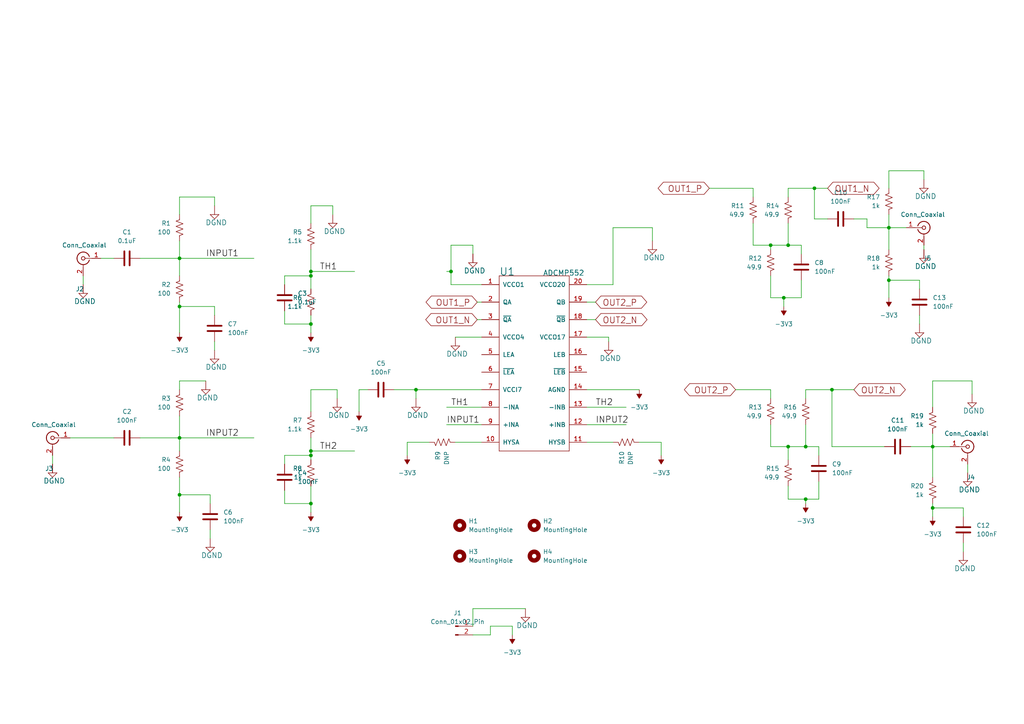
<source format=kicad_sch>
(kicad_sch (version 20230121) (generator eeschema)
  (paper "A4")
  (lib_symbols
    (symbol "Connector:Conn_01x02_Pin" (pin_names (offset 1.016) hide)
      (property "Reference" "J" (at 0 2.54 0))
      (property "Value" "Conn_01x02_Pin" (at 0 -5.08 0))
      (symbol "Conn_01x02_Pin_1_1"
        (polyline (pts (xy 1.27 -2.54) (xy 0.8636 -2.54)) (stroke (width 0.1524)))
        (polyline (pts (xy 1.27 0) (xy 0.8636 0)) (stroke (width 0.1524)))
        (rectangle (start 0.8636 -2.413) (end 0 -2.667) (stroke (width 0.1524)) (fill (type outline)))
        (rectangle (start 0.8636 0.127) (end 0 -0.127) (stroke (width 0.1524)) (fill (type outline)))
        (pin passive line (at 5.08 0 180) (length 3.81) (name "Pin_1") (number "1"))
        (pin passive line (at 5.08 -2.54 180) (length 3.81) (name "Pin_2") (number "2"))
      )
    )
    (symbol "Connector:Conn_Coaxial" (pin_names (offset 1.016) hide)
      (property "Reference" "J" (at 0.254 3.048 0))
      (property "Value" "Conn_Coaxial" (at 2.921 0 90))
      (symbol "Conn_Coaxial_0_1"
        (arc (start -1.778 -0.508) (mid 0.2311 -1.8066) (end 1.778 0) (stroke (width 0.254)))
        (polyline (pts (xy -2.54 0) (xy -0.508 0)))
        (polyline (pts (xy 0 -2.54) (xy 0 -1.778)))
        (circle (center 0 0) (radius 0.508) (stroke (width 0.2032)))
        (arc (start 1.778 0) (mid 0.2099 1.8101) (end -1.778 0.508) (stroke (width 0.254)))
      )
      (symbol "Conn_Coaxial_1_1"
        (pin passive line (at -5.08 0 0) (length 2.54) (name "In") (number "1"))
        (pin passive line (at 0 -5.08 90) (length 2.54) (name "Ext") (number "2"))
      )
    )
    (symbol "Device:C" (pin_numbers hide) (pin_names (offset 0.254))
      (property "Reference" "C" (at 0.635 2.54 0))
      (property "Value" "C" (at 0.635 -2.54 0))
      (symbol "C_0_1"
        (polyline (pts (xy -2.032 -0.762) (xy 2.032 -0.762)) (stroke (width 0.508)))
        (polyline (pts (xy -2.032 0.762) (xy 2.032 0.762)) (stroke (width 0.508)))
      )
      (symbol "C_1_1"
        (pin passive line (at 0 3.81 270) (length 2.794) (name "~") (number "1"))
        (pin passive line (at 0 -3.81 90) (length 2.794) (name "~") (number "2"))
      )
    )
    (symbol "Device:R_US" (pin_numbers hide) (pin_names (offset 0))
      (property "Reference" "R" (at 2.54 0 90))
      (property "Value" "R_US" (at -2.54 0 90))
      (symbol "R_US_0_1"
        (polyline (pts (xy 0 -2.286) (xy 0 -2.54)))
        (polyline (pts (xy 0 2.286) (xy 0 2.54)))
        (polyline (pts (xy 0 -0.762) (xy 1.016 -1.143) (xy 0 -1.524) (xy -1.016 -1.905) (xy 0 -2.286)))
        (polyline (pts (xy 0 0.762) (xy 1.016 0.381) (xy 0 0) (xy -1.016 -0.381) (xy 0 -0.762)))
        (polyline (pts (xy 0 2.286) (xy 1.016 1.905) (xy 0 1.524) (xy -1.016 1.143) (xy 0 0.762)))
      )
      (symbol "R_US_1_1"
        (pin passive line (at 0 3.81 270) (length 1.27) (name "~") (number "1"))
        (pin passive line (at 0 -3.81 90) (length 1.27) (name "~") (number "2"))
      )
    )
    (symbol "Mechanical:MountingHole" (pin_names (offset 1.016))
      (property "Reference" "H" (at 0 5.08 0))
      (property "Value" "MountingHole" (at 0 3.175 0))
      (symbol "MountingHole_0_1"
        (circle (center 0 0) (radius 1.27) (stroke (width 1.27)))
      )
    )
    (symbol "carrier-eagle-import:ADCMP552" (pin_names (offset 1.016))
      (property "Reference" "U" (at -10.16 25.4 0))
      (property "Value" "ADCMP552" (at 2.54 25.4 0))
      (symbol "ADCMP552_1_0"
        (polyline (pts (xy -10.16 -25.4) (xy -10.16 25.4)))
        (polyline (pts (xy -10.16 25.4) (xy 10.16 25.4)))
        (polyline (pts (xy 10.16 -25.4) (xy -10.16 -25.4)))
        (polyline (pts (xy 10.16 25.4) (xy 10.16 -25.4)))
        (pin bidirectional line (at -15.24 22.86 0) (length 5.08) (name "VCCO1") (number "1"))
        (pin bidirectional line (at -15.24 -22.86 0) (length 5.08) (name "HYSA") (number "10"))
        (pin bidirectional line (at 15.24 -22.86 180) (length 5.08) (name "HYSB") (number "11"))
        (pin bidirectional line (at 15.24 -17.78 180) (length 5.08) (name "+INB") (number "12"))
        (pin bidirectional line (at 15.24 -12.7 180) (length 5.08) (name "-INB") (number "13"))
        (pin bidirectional line (at 15.24 -7.62 180) (length 5.08) (name "AGND") (number "14"))
        (pin bidirectional line (at 15.24 -2.54 180) (length 5.08) (name "~{LEB}") (number "15"))
        (pin bidirectional line (at 15.24 2.54 180) (length 5.08) (name "LEB") (number "16"))
        (pin bidirectional line (at 15.24 7.62 180) (length 5.08) (name "VCCO17") (number "17"))
        (pin bidirectional line (at 15.24 12.7 180) (length 5.08) (name "~{QB}") (number "18"))
        (pin bidirectional line (at 15.24 17.78 180) (length 5.08) (name "QB") (number "19"))
        (pin bidirectional line (at -15.24 17.78 0) (length 5.08) (name "QA") (number "2"))
        (pin bidirectional line (at 15.24 22.86 180) (length 5.08) (name "VCCO20") (number "20"))
        (pin bidirectional line (at -15.24 12.7 0) (length 5.08) (name "~{QA}") (number "3"))
        (pin bidirectional line (at -15.24 7.62 0) (length 5.08) (name "VCCO4") (number "4"))
        (pin bidirectional line (at -15.24 2.54 0) (length 5.08) (name "LEA") (number "5"))
        (pin bidirectional line (at -15.24 -2.54 0) (length 5.08) (name "~{LEA}") (number "6"))
        (pin bidirectional line (at -15.24 -7.62 0) (length 5.08) (name "VCCI7") (number "7"))
        (pin bidirectional line (at -15.24 -12.7 0) (length 5.08) (name "-INA") (number "8"))
        (pin bidirectional line (at -15.24 -17.78 0) (length 5.08) (name "+INA") (number "9"))
      )
    )
    (symbol "carrier-eagle-import:DGND" (power) (pin_names (offset 1.016))
      (property "Value" "DGND" (at -2.667 -3.175 0))
      (symbol "DGND_1_0"
        (polyline (pts (xy -1.27 0) (xy 1.27 0)))
        (polyline (pts (xy 0 -1.27) (xy -1.27 0)))
        (polyline (pts (xy 1.27 0) (xy 0 -1.27)))
        (pin power_in line (at 0 2.54 270) (length 2.54) (name "DGND") (number "1"))
      )
    )
    (symbol "power:-3V3" (power) (pin_names (offset 0))
      (property "Value" "-3V3" (at 0 3.81 0))
      (symbol "-3V3_0_0"
        (pin power_in line (at 0 0 90) (length 0) hide (name "-3V3") (number "1"))
      )
      (symbol "-3V3_0_1"
        (polyline (pts (xy 0 0) (xy 0 1.27) (xy 0.762 1.27) (xy 0 2.54) (xy -0.762 1.27) (xy 0 1.27)) (fill (type outline)))
      )
    )
  )
  (junction (at 228.6 71.12))
  (junction (at 90.17 132.08))
  (junction (at 270.51 147.32))
  (junction (at 241.3 113.03))
  (junction (at 257.81 81.28))
  (junction (at 130.81 78.74))
  (junction (at 52.07 143.51))
  (junction (at 52.07 88.9))
  (junction (at 233.68 144.78))
  (junction (at 228.6 129.54))
  (junction (at 120.65 113.03))
  (junction (at 90.17 80.01))
  (junction (at 236.22 54.61))
  (junction (at 52.07 74.93))
  (junction (at 90.17 78.74))
  (junction (at 227.33 86.36))
  (junction (at 90.17 93.98))
  (junction (at 257.81 66.04))
  (junction (at 52.07 127))
  (junction (at 270.51 129.54))
  (junction (at 90.17 130.81))
  (junction (at 233.68 129.54))
  (junction (at 90.17 146.05))
  (junction (at 223.52 71.12))
  (wire (pts (xy 52.07 127) (xy 73.66 127)))
  (wire (pts (xy 82.55 80.01) (xy 90.17 80.01)))
  (wire (pts (xy 90.17 59.69) (xy 90.17 64.77)))
  (wire (pts (xy 139.7 128.27) (xy 132.08 128.27)))
  (wire (pts (xy 257.81 80.01) (xy 257.81 81.28)))
  (wire (pts (xy 267.97 71.12) (xy 267.97 72.39)))
  (wire (pts (xy 139.7 123.19) (xy 129.54 123.19)))
  (wire (pts (xy 223.52 129.54) (xy 228.6 129.54)))
  (wire (pts (xy 223.52 71.12) (xy 223.52 72.39)))
  (wire (pts (xy 270.51 129.54) (xy 270.51 138.43)))
  (wire (pts (xy 52.07 74.93) (xy 73.66 74.93)))
  (wire (pts (xy 266.7 93.98) (xy 266.7 91.44)))
  (wire (pts (xy 247.65 63.5) (xy 251.46 63.5)))
  (wire (pts (xy 90.17 93.98) (xy 90.17 96.52)))
  (wire (pts (xy 82.55 134.62) (xy 82.55 132.08)))
  (wire (pts (xy 223.52 80.01) (xy 223.52 86.36)))
  (wire (pts (xy 227.33 86.36) (xy 232.41 86.36)))
  (wire (pts (xy 52.07 143.51) (xy 60.96 143.51)))
  (wire (pts (xy 228.6 54.61) (xy 236.22 54.61)))
  (wire (pts (xy 228.6 144.78) (xy 228.6 140.97)))
  (wire (pts (xy 170.18 128.27) (xy 177.8 128.27)))
  (wire (pts (xy 60.96 146.05) (xy 60.96 143.51)))
  (wire (pts (xy 148.59 181.61) (xy 142.24 181.61)))
  (wire (pts (xy 52.07 127) (xy 52.07 130.81)))
  (wire (pts (xy 40.64 74.93) (xy 52.07 74.93)))
  (wire (pts (xy 90.17 59.69) (xy 96.52 59.69)))
  (wire (pts (xy 233.68 144.78) (xy 237.49 144.78)))
  (wire (pts (xy 270.51 146.05) (xy 270.51 147.32)))
  (wire (pts (xy 227.33 86.36) (xy 227.33 88.9)))
  (wire (pts (xy 130.81 82.55) (xy 139.7 82.55)))
  (wire (pts (xy 267.97 49.53) (xy 267.97 52.07)))
  (wire (pts (xy 82.55 93.98) (xy 90.17 93.98)))
  (wire (pts (xy 233.68 113.03) (xy 241.3 113.03)))
  (wire (pts (xy 90.17 130.81) (xy 90.17 132.08)))
  (wire (pts (xy 82.55 82.55) (xy 82.55 80.01)))
  (wire (pts (xy 52.07 120.65) (xy 52.07 127)))
  (wire (pts (xy 280.67 134.62) (xy 280.67 137.16)))
  (wire (pts (xy 52.07 138.43) (xy 52.07 143.51)))
  (wire (pts (xy 191.77 128.27) (xy 191.77 132.08)))
  (wire (pts (xy 189.23 66.04) (xy 189.23 69.85)))
  (wire (pts (xy 60.96 156.21) (xy 60.96 153.67)))
  (wire (pts (xy 90.17 130.81) (xy 102.87 130.81)))
  (wire (pts (xy 142.24 181.61) (xy 142.24 184.15)))
  (wire (pts (xy 90.17 78.74) (xy 90.17 80.01)))
  (wire (pts (xy 52.07 87.63) (xy 52.07 88.9)))
  (wire (pts (xy 228.6 64.77) (xy 228.6 71.12)))
  (wire (pts (xy 90.17 91.44) (xy 90.17 93.98)))
  (wire (pts (xy 82.55 90.17) (xy 82.55 93.98)))
  (wire (pts (xy 228.6 71.12) (xy 232.41 71.12)))
  (wire (pts (xy 52.07 74.93) (xy 52.07 80.01)))
  (wire (pts (xy 251.46 66.04) (xy 257.81 66.04)))
  (wire (pts (xy 120.65 113.03) (xy 139.7 113.03)))
  (wire (pts (xy 170.18 92.71) (xy 172.72 92.71)))
  (wire (pts (xy 90.17 80.01) (xy 90.17 83.82)))
  (wire (pts (xy 270.51 147.32) (xy 270.51 149.86)))
  (wire (pts (xy 62.23 57.15) (xy 62.23 59.69)))
  (wire (pts (xy 52.07 88.9) (xy 52.07 96.52)))
  (wire (pts (xy 264.16 129.54) (xy 270.51 129.54)))
  (wire (pts (xy 218.44 64.77) (xy 218.44 71.12)))
  (wire (pts (xy 137.16 176.53) (xy 152.4 176.53)))
  (wire (pts (xy 223.52 113.03) (xy 213.36 113.03)))
  (wire (pts (xy 132.08 97.79) (xy 139.7 97.79)))
  (wire (pts (xy 90.17 113.03) (xy 90.17 119.38)))
  (wire (pts (xy 233.68 144.78) (xy 233.68 146.05)))
  (wire (pts (xy 266.7 83.82) (xy 266.7 81.28)))
  (wire (pts (xy 233.68 115.57) (xy 233.68 113.03)))
  (wire (pts (xy 218.44 57.15) (xy 218.44 54.61)))
  (wire (pts (xy 236.22 54.61) (xy 240.03 54.61)))
  (wire (pts (xy 62.23 101.6) (xy 62.23 99.06)))
  (wire (pts (xy 270.51 110.49) (xy 270.51 118.11)))
  (wire (pts (xy 82.55 142.24) (xy 82.55 146.05)))
  (wire (pts (xy 257.81 54.61) (xy 257.81 49.53)))
  (wire (pts (xy 106.68 113.03) (xy 104.14 113.03)))
  (wire (pts (xy 281.94 110.49) (xy 281.94 114.3)))
  (wire (pts (xy 90.17 113.03) (xy 97.79 113.03)))
  (wire (pts (xy 170.18 97.79) (xy 176.53 97.79)))
  (wire (pts (xy 270.51 147.32) (xy 279.4 147.32)))
  (wire (pts (xy 137.16 71.12) (xy 137.16 73.66)))
  (wire (pts (xy 257.81 62.23) (xy 257.81 66.04)))
  (wire (pts (xy 82.55 146.05) (xy 90.17 146.05)))
  (wire (pts (xy 24.13 80.01) (xy 24.13 82.55)))
  (wire (pts (xy 118.11 128.27) (xy 124.46 128.27)))
  (wire (pts (xy 52.07 57.15) (xy 62.23 57.15)))
  (wire (pts (xy 139.7 118.11) (xy 129.54 118.11)))
  (wire (pts (xy 130.81 78.74) (xy 130.81 82.55)))
  (wire (pts (xy 177.8 66.04) (xy 177.8 82.55)))
  (wire (pts (xy 228.6 129.54) (xy 228.6 133.35)))
  (wire (pts (xy 218.44 71.12) (xy 223.52 71.12)))
  (wire (pts (xy 139.7 87.63) (xy 138.43 87.63)))
  (wire (pts (xy 232.41 81.28) (xy 232.41 86.36)))
  (wire (pts (xy 257.81 49.53) (xy 267.97 49.53)))
  (wire (pts (xy 148.59 184.15) (xy 148.59 181.61)))
  (wire (pts (xy 90.17 140.97) (xy 90.17 146.05)))
  (wire (pts (xy 52.07 57.15) (xy 52.07 62.23)))
  (wire (pts (xy 279.4 160.02) (xy 279.4 157.48)))
  (wire (pts (xy 170.18 113.03) (xy 185.42 113.03)))
  (wire (pts (xy 129.54 78.74) (xy 130.81 78.74)))
  (wire (pts (xy 137.16 176.53) (xy 137.16 181.61)))
  (wire (pts (xy 251.46 63.5) (xy 251.46 66.04)))
  (wire (pts (xy 29.21 74.93) (xy 33.02 74.93)))
  (wire (pts (xy 270.51 129.54) (xy 275.59 129.54)))
  (wire (pts (xy 170.18 118.11) (xy 181.61 118.11)))
  (wire (pts (xy 90.17 132.08) (xy 90.17 133.35)))
  (wire (pts (xy 279.4 149.86) (xy 279.4 147.32)))
  (wire (pts (xy 185.42 128.27) (xy 191.77 128.27)))
  (wire (pts (xy 118.11 128.27) (xy 118.11 132.08)))
  (wire (pts (xy 130.81 71.12) (xy 130.81 78.74)))
  (wire (pts (xy 90.17 72.39) (xy 90.17 78.74)))
  (wire (pts (xy 241.3 129.54) (xy 241.3 113.03)))
  (wire (pts (xy 240.03 63.5) (xy 236.22 63.5)))
  (wire (pts (xy 223.52 115.57) (xy 223.52 113.03)))
  (wire (pts (xy 256.54 129.54) (xy 241.3 129.54)))
  (wire (pts (xy 218.44 54.61) (xy 205.74 54.61)))
  (wire (pts (xy 15.24 132.08) (xy 15.24 134.62)))
  (wire (pts (xy 170.18 123.19) (xy 181.61 123.19)))
  (wire (pts (xy 90.17 127) (xy 90.17 130.81)))
  (wire (pts (xy 96.52 59.69) (xy 96.52 62.23)))
  (wire (pts (xy 233.68 129.54) (xy 228.6 129.54)))
  (wire (pts (xy 177.8 82.55) (xy 170.18 82.55)))
  (wire (pts (xy 237.49 129.54) (xy 237.49 132.08)))
  (wire (pts (xy 257.81 66.04) (xy 262.89 66.04)))
  (wire (pts (xy 52.07 69.85) (xy 52.07 74.93)))
  (wire (pts (xy 90.17 78.74) (xy 102.87 78.74)))
  (wire (pts (xy 241.3 113.03) (xy 247.65 113.03)))
  (wire (pts (xy 228.6 71.12) (xy 223.52 71.12)))
  (wire (pts (xy 236.22 63.5) (xy 236.22 54.61)))
  (wire (pts (xy 223.52 86.36) (xy 227.33 86.36)))
  (wire (pts (xy 120.65 113.03) (xy 120.65 115.57)))
  (wire (pts (xy 223.52 123.19) (xy 223.52 129.54)))
  (wire (pts (xy 233.68 129.54) (xy 237.49 129.54)))
  (wire (pts (xy 270.51 125.73) (xy 270.51 129.54)))
  (wire (pts (xy 257.81 81.28) (xy 266.7 81.28)))
  (wire (pts (xy 104.14 113.03) (xy 104.14 119.38)))
  (wire (pts (xy 114.3 113.03) (xy 120.65 113.03)))
  (wire (pts (xy 97.79 113.03) (xy 97.79 115.57)))
  (wire (pts (xy 142.24 184.15) (xy 137.16 184.15)))
  (wire (pts (xy 170.18 87.63) (xy 172.72 87.63)))
  (wire (pts (xy 130.81 71.12) (xy 137.16 71.12)))
  (wire (pts (xy 90.17 146.05) (xy 90.17 148.59)))
  (wire (pts (xy 270.51 110.49) (xy 281.94 110.49)))
  (wire (pts (xy 52.07 88.9) (xy 62.23 88.9)))
  (wire (pts (xy 228.6 144.78) (xy 233.68 144.78)))
  (wire (pts (xy 233.68 123.19) (xy 233.68 129.54)))
  (wire (pts (xy 257.81 81.28) (xy 257.81 86.36)))
  (wire (pts (xy 52.07 110.49) (xy 52.07 113.03)))
  (wire (pts (xy 62.23 91.44) (xy 62.23 88.9)))
  (wire (pts (xy 237.49 139.7) (xy 237.49 144.78)))
  (wire (pts (xy 52.07 143.51) (xy 52.07 148.59)))
  (wire (pts (xy 228.6 57.15) (xy 228.6 54.61)))
  (wire (pts (xy 176.53 97.79) (xy 176.53 99.06)))
  (wire (pts (xy 232.41 71.12) (xy 232.41 73.66)))
  (wire (pts (xy 52.07 110.49) (xy 59.69 110.49)))
  (wire (pts (xy 82.55 132.08) (xy 90.17 132.08)))
  (wire (pts (xy 20.32 127) (xy 33.02 127)))
  (wire (pts (xy 139.7 92.71) (xy 138.43 92.71)))
  (wire (pts (xy 257.81 66.04) (xy 257.81 72.39)))
  (wire (pts (xy 40.64 127) (xy 52.07 127)))
  (wire (pts (xy 177.8 66.04) (xy 189.23 66.04)))
  (label "TH2" (at 172.72 118.11 0) (effects (font (size 1.778 1.778))))
  (label "INPUT1" (at 129.54 123.19 0) (effects (font (size 1.778 1.778))))
  (label "TH2" (at 92.71 130.81 0) (effects (font (size 1.778 1.778))))
  (label "TH1" (at 130.81 118.11 0) (effects (font (size 1.778 1.778))))
  (label "INPUT1" (at 59.69 74.93 0) (effects (font (size 1.778 1.778))))
  (label "INPUT2" (at 172.72 123.19 0) (effects (font (size 1.778 1.778))))
  (label "INPUT2" (at 59.69 127 0) (effects (font (size 1.778 1.778))))
  (label "TH1" (at 92.71 78.74 0) (effects (font (size 1.778 1.778))))
  (global_label "OUT2_P" (shape bidirectional) (at 213.36 113.03 180) (effects (font (size 1.778 1.778))) (property "Intersheetrefs" "${INTERSHEET_REFS}" (effects hide)))
  (global_label "OUT1_P" (shape bidirectional) (at 138.43 87.63 180) (effects (font (size 1.778 1.778))) (property "Intersheetrefs" "${INTERSHEET_REFS}" (effects hide)))
  (global_label "OUT1_N" (shape bidirectional) (at 138.43 92.71 180) (effects (font (size 1.778 1.778))) (property "Intersheetrefs" "${INTERSHEET_REFS}" (effects hide)))
  (global_label "OUT2_N" (shape bidirectional) (at 247.65 113.03 0) (effects (font (size 1.778 1.778))) (property "Intersheetrefs" "${INTERSHEET_REFS}" (effects hide)))
  (global_label "OUT2_N" (shape bidirectional) (at 172.72 92.71 0) (effects (font (size 1.778 1.778))) (property "Intersheetrefs" "${INTERSHEET_REFS}" (effects hide)))
  (global_label "OUT1_N" (shape bidirectional) (at 240.03 54.61 0) (effects (font (size 1.778 1.778))) (property "Intersheetrefs" "${INTERSHEET_REFS}" (effects hide)))
  (global_label "OUT2_P" (shape bidirectional) (at 172.72 87.63 0) (effects (font (size 1.778 1.778))) (property "Intersheetrefs" "${INTERSHEET_REFS}" (effects hide)))
  (global_label "OUT1_P" (shape bidirectional) (at 205.74 54.61 180) (effects (font (size 1.778 1.778))) (property "Intersheetrefs" "${INTERSHEET_REFS}" (effects hide)))
  (symbol (lib_id "Device:R_US") (at 90.17 123.19 0) (mirror y) (unit 1)
    (property "Reference" "R7" (at 87.63 121.92 0) (effects (justify left)))
    (property "Value" "1.1k" (at 87.63 124.46 0) (effects (justify left)))
    (property "Footprint" "Resistor_SMD:R_0603_1608Metric" (effects hide))
  )
  (symbol (lib_id "carrier-eagle-import:DGND") (at 137.16 76.2 0) (unit 1)
    (property "Reference" "#SUPPLY09" (effects hide))
    (property "Value" "DGND" (at 134.493 79.375 0) (effects (font (size 1.4986 1.4986)) (justify left bottom)))
  )
  (symbol (lib_id "Device:C") (at 36.83 127 90) (unit 1)
    (property "Reference" "C2" (at 36.83 119.38 90))
    (property "Value" "100nF" (at 36.83 121.92 90))
    (property "Footprint" "Capacitor_SMD:C_0603_1608Metric" (effects hide))
  )
  (symbol (lib_id "carrier-eagle-import:DGND") (at 15.24 137.16 0) (unit 1)
    (property "Reference" "#SUPPLY015" (effects hide))
    (property "Value" "DGND" (at 12.573 140.335 0) (effects (font (size 1.4986 1.4986)) (justify left bottom)))
  )
  (symbol (lib_id "carrier-eagle-import:DGND") (at 62.23 104.14 0) (unit 1)
    (property "Reference" "#SUPPLY018" (effects hide))
    (property "Value" "DGND" (at 59.563 107.315 0) (effects (font (size 1.4986 1.4986)) (justify left bottom)))
  )
  (symbol (lib_id "carrier-eagle-import:DGND") (at 281.94 116.84 0) (unit 1)
    (property "Reference" "#SUPPLY014" (effects hide))
    (property "Value" "DGND" (at 279.273 120.015 0) (effects (font (size 1.4986 1.4986)) (justify left bottom)))
  )
  (symbol (lib_id "Mechanical:MountingHole") (at 133.35 161.29 0) (unit 1)
    (property "Reference" "H3" (at 135.89 160.02 0) (effects (justify left)))
    (property "Value" "MountingHole" (at 135.89 162.56 0) (effects (justify left)))
    (property "Footprint" "MountingHole:MountingHole_3mm" (effects hide))
  )
  (symbol (lib_id "Device:R_US") (at 228.6 60.96 0) (mirror y) (unit 1)
    (property "Reference" "R14" (at 226.06 59.69 0) (effects (justify left)))
    (property "Value" "49.9" (at 226.06 62.23 0) (effects (justify left)))
    (property "Footprint" "Resistor_SMD:R_0603_1608Metric" (effects hide))
  )
  (symbol (lib_id "Device:R_US") (at 52.07 116.84 0) (mirror y) (unit 1)
    (property "Reference" "R3" (at 49.53 115.57 0) (effects (justify left)))
    (property "Value" "100" (at 49.53 118.11 0) (effects (justify left)))
    (property "Footprint" "Resistor_SMD:R_0603_1608Metric" (effects hide))
  )
  (symbol (lib_id "carrier-eagle-import:DGND") (at 176.53 101.6 0) (unit 1)
    (property "Reference" "#SUPPLY011" (effects hide))
    (property "Value" "DGND" (at 173.863 104.775 0) (effects (font (size 1.4986 1.4986)) (justify left bottom)))
  )
  (symbol (lib_id "Device:C") (at 62.23 95.25 0) (unit 1)
    (property "Reference" "C7" (at 66.04 93.98 0) (effects (justify left)))
    (property "Value" "100nF" (at 66.04 96.52 0) (effects (justify left)))
    (property "Footprint" "Capacitor_SMD:C_0603_1608Metric" (effects hide))
  )
  (symbol (lib_id "power:-3V3") (at 104.14 119.38 180) (unit 1)
    (property "Reference" "#PWR05" (effects hide))
    (property "Value" "-3V3" (at 104.14 124.46 0))
  )
  (symbol (lib_id "carrier-eagle-import:DGND") (at 132.08 100.33 0) (unit 1)
    (property "Reference" "#SUPPLY08" (effects hide))
    (property "Value" "DGND" (at 129.413 103.505 0) (effects (font (size 1.4986 1.4986)) (justify left bottom)))
  )
  (symbol (lib_id "carrier-eagle-import:DGND") (at 280.67 139.7 0) (unit 1)
    (property "Reference" "#SUPPLY01" (effects hide))
    (property "Value" "DGND" (at 278.003 142.875 0) (effects (font (size 1.4986 1.4986)) (justify left bottom)))
  )
  (symbol (lib_id "Device:C") (at 110.49 113.03 90) (unit 1)
    (property "Reference" "C5" (at 110.49 105.41 90))
    (property "Value" "100nF" (at 110.49 107.95 90))
    (property "Footprint" "Capacitor_SMD:C_0603_1608Metric" (effects hide))
  )
  (symbol (lib_id "Device:R_US") (at 223.52 76.2 0) (mirror y) (unit 1)
    (property "Reference" "R12" (at 220.98 74.93 0) (effects (justify left)))
    (property "Value" "49.9" (at 220.98 77.47 0) (effects (justify left)))
    (property "Footprint" "Resistor_SMD:R_0603_1608Metric" (effects hide))
  )
  (symbol (lib_id "Mechanical:MountingHole") (at 154.94 152.4 0) (unit 1)
    (property "Reference" "H2" (at 157.48 151.13 0) (effects (justify left)))
    (property "Value" "MountingHole" (at 157.48 153.67 0) (effects (justify left)))
    (property "Footprint" "MountingHole:MountingHole_3mm" (effects hide))
  )
  (symbol (lib_id "Connector:Conn_Coaxial") (at 280.67 129.54 0) (unit 1)
    (property "Reference" "J4" (at 281.6226 138.43 0))
    (property "Value" "Conn_Coaxial" (at 280.3526 125.73 0))
    (property "Footprint" "local_footprints:BNC_V-BITE_PCB_EDGE" (effects hide))
    (property "Datasheet" " ~" (effects hide))
  )
  (symbol (lib_id "carrier-eagle-import:DGND") (at 267.97 54.61 0) (unit 1)
    (property "Reference" "#SUPPLY013" (effects hide))
    (property "Value" "DGND" (at 265.303 57.785 0) (effects (font (size 1.4986 1.4986)) (justify left bottom)))
  )
  (symbol (lib_id "power:-3V3") (at 148.59 184.15 180) (unit 1)
    (property "Reference" "#PWR08" (effects hide))
    (property "Value" "-3V3" (at 148.59 189.23 0))
  )
  (symbol (lib_id "carrier-eagle-import:DGND") (at 97.79 118.11 0) (unit 1)
    (property "Reference" "#SUPPLY06" (effects hide))
    (property "Value" "DGND" (at 95.123 121.285 0) (effects (font (size 1.4986 1.4986)) (justify left bottom)))
  )
  (symbol (lib_id "Device:R_US") (at 257.81 58.42 0) (mirror y) (unit 1)
    (property "Reference" "R17" (at 255.27 57.15 0) (effects (justify left)))
    (property "Value" "1k" (at 255.27 59.69 0) (effects (justify left)))
    (property "Footprint" "Resistor_SMD:R_0603_1608Metric" (effects hide))
  )
  (symbol (lib_id "Device:R_US") (at 52.07 134.62 0) (mirror y) (unit 1)
    (property "Reference" "R4" (at 49.53 133.35 0) (effects (justify left)))
    (property "Value" "100" (at 49.53 135.89 0) (effects (justify left)))
    (property "Footprint" "Resistor_SMD:R_0603_1608Metric" (effects hide))
  )
  (symbol (lib_id "Device:R_US") (at 52.07 66.04 0) (mirror y) (unit 1)
    (property "Reference" "R1" (at 49.53 64.77 0) (effects (justify left)))
    (property "Value" "100" (at 49.53 67.31 0) (effects (justify left)))
    (property "Footprint" "Resistor_SMD:R_0603_1608Metric" (effects hide))
  )
  (symbol (lib_id "Connector:Conn_01x02_Pin") (at 132.08 181.61 0) (unit 1)
    (property "Reference" "J1" (at 132.715 177.8 0))
    (property "Value" "Conn_01x02_Pin" (at 132.715 180.34 0))
    (property "Footprint" "Connector_Molex:Molex_KK-254_AE-6410-02A_1x02_P2.54mm_Vertical" (effects hide))
  )
  (symbol (lib_id "power:-3V3") (at 185.42 113.03 180) (unit 1)
    (property "Reference" "#PWR09" (effects hide))
    (property "Value" "-3V3" (at 185.42 118.11 0))
  )
  (symbol (lib_id "power:-3V3") (at 270.51 149.86 180) (unit 1)
    (property "Reference" "#PWR015" (effects hide))
    (property "Value" "-3V3" (at 270.51 154.94 0))
  )
  (symbol (lib_id "Device:R_US") (at 128.27 128.27 90) (mirror x) (unit 1)
    (property "Reference" "R9" (at 127 130.81 0) (effects (justify left)))
    (property "Value" "DNP" (at 129.54 130.81 0) (effects (justify left)))
    (property "Footprint" "Resistor_SMD:R_0603_1608Metric" (effects hide))
  )
  (symbol (lib_id "Device:R_US") (at 90.17 68.58 0) (mirror y) (unit 1)
    (property "Reference" "R5" (at 87.63 67.31 0) (effects (justify left)))
    (property "Value" "1.1k" (at 87.63 69.85 0) (effects (justify left)))
    (property "Footprint" "Resistor_SMD:R_0603_1608Metric" (effects hide))
  )
  (symbol (lib_id "carrier-eagle-import:DGND") (at 59.69 113.03 0) (unit 1)
    (property "Reference" "#SUPPLY04" (effects hide))
    (property "Value" "DGND" (at 57.023 116.205 0) (effects (font (size 1.4986 1.4986)) (justify left bottom)))
  )
  (symbol (lib_id "power:-3V3") (at 257.81 86.36 180) (unit 1)
    (property "Reference" "#PWR014" (effects hide))
    (property "Value" "-3V3" (at 257.81 91.44 0))
  )
  (symbol (lib_id "Device:C") (at 260.35 129.54 90) (unit 1)
    (property "Reference" "C11" (at 260.35 121.92 90))
    (property "Value" "100nF" (at 260.35 124.46 90))
    (property "Footprint" "Capacitor_SMD:C_0603_1608Metric" (effects hide))
  )
  (symbol (lib_id "Device:R_US") (at 218.44 60.96 0) (mirror y) (unit 1)
    (property "Reference" "R11" (at 215.9 59.69 0) (effects (justify left)))
    (property "Value" "49.9" (at 215.9 62.23 0) (effects (justify left)))
    (property "Footprint" "Resistor_SMD:R_0603_1608Metric" (effects hide))
  )
  (symbol (lib_id "power:-3V3") (at 90.17 96.52 180) (unit 1)
    (property "Reference" "#PWR03" (effects hide))
    (property "Value" "-3V3" (at 90.17 101.6 0))
  )
  (symbol (lib_id "Device:C") (at 82.55 138.43 0) (unit 1)
    (property "Reference" "C4" (at 86.36 137.16 0) (effects (justify left)))
    (property "Value" "100nF" (at 86.36 139.7 0) (effects (justify left)))
    (property "Footprint" "Capacitor_SMD:C_0603_1608Metric" (effects hide))
  )
  (symbol (lib_id "carrier-eagle-import:DGND") (at 279.4 162.56 0) (unit 1)
    (property "Reference" "#SUPPLY019" (effects hide))
    (property "Value" "DGND" (at 276.733 165.735 0) (effects (font (size 1.4986 1.4986)) (justify left bottom)))
  )
  (symbol (lib_id "Device:R_US") (at 52.07 83.82 0) (mirror y) (unit 1)
    (property "Reference" "R2" (at 49.53 82.55 0) (effects (justify left)))
    (property "Value" "100" (at 49.53 85.09 0) (effects (justify left)))
    (property "Footprint" "Resistor_SMD:R_0603_1608Metric" (effects hide))
  )
  (symbol (lib_id "Device:R_US") (at 270.51 121.92 0) (mirror y) (unit 1)
    (property "Reference" "R19" (at 267.97 120.65 0) (effects (justify left)))
    (property "Value" "1k" (at 267.97 123.19 0) (effects (justify left)))
    (property "Footprint" "Resistor_SMD:R_0603_1608Metric" (effects hide))
  )
  (symbol (lib_id "power:-3V3") (at 118.11 132.08 180) (unit 1)
    (property "Reference" "#PWR06" (effects hide))
    (property "Value" "-3V3" (at 118.11 137.16 0))
  )
  (symbol (lib_id "Device:C") (at 82.55 86.36 180) (unit 1)
    (property "Reference" "C3" (at 86.36 85.09 0) (effects (justify right)))
    (property "Value" "0.1uF" (at 86.36 87.63 0) (effects (justify right)))
    (property "Footprint" "Capacitor_SMD:C_0603_1608Metric" (effects hide))
  )
  (symbol (lib_id "Device:R_US") (at 90.17 87.63 0) (mirror y) (unit 1)
    (property "Reference" "R6" (at 87.63 86.36 0) (effects (justify left)))
    (property "Value" "1.1k" (at 87.63 88.9 0) (effects (justify left)))
    (property "Footprint" "Resistor_SMD:R_0603_1608Metric" (effects hide))
  )
  (symbol (lib_id "Device:R_US") (at 270.51 142.24 0) (mirror y) (unit 1)
    (property "Reference" "R20" (at 267.97 140.97 0) (effects (justify left)))
    (property "Value" "1k" (at 267.97 143.51 0) (effects (justify left)))
    (property "Footprint" "Resistor_SMD:R_0603_1608Metric" (effects hide))
  )
  (symbol (lib_id "Device:R_US") (at 90.17 137.16 0) (mirror y) (unit 1)
    (property "Reference" "R8" (at 87.63 135.89 0) (effects (justify left)))
    (property "Value" "1k" (at 87.63 138.43 0) (effects (justify left)))
    (property "Footprint" "Resistor_SMD:R_0603_1608Metric" (effects hide))
  )
  (symbol (lib_id "Device:C") (at 266.7 87.63 0) (unit 1)
    (property "Reference" "C13" (at 270.51 86.36 0) (effects (justify left)))
    (property "Value" "100nF" (at 270.51 88.9 0) (effects (justify left)))
    (property "Footprint" "Capacitor_SMD:C_0603_1608Metric" (effects hide))
  )
  (symbol (lib_id "power:-3V3") (at 227.33 88.9 180) (unit 1)
    (property "Reference" "#PWR012" (effects hide))
    (property "Value" "-3V3" (at 227.33 93.98 0))
  )
  (symbol (lib_id "Device:C") (at 232.41 77.47 0) (unit 1)
    (property "Reference" "C8" (at 236.22 76.2 0) (effects (justify left)))
    (property "Value" "100nF" (at 236.22 78.74 0) (effects (justify left)))
    (property "Footprint" "Capacitor_SMD:C_0603_1608Metric" (effects hide))
  )
  (symbol (lib_id "Device:R_US") (at 228.6 137.16 0) (mirror y) (unit 1)
    (property "Reference" "R15" (at 226.06 135.89 0) (effects (justify left)))
    (property "Value" "49.9" (at 226.06 138.43 0) (effects (justify left)))
    (property "Footprint" "Resistor_SMD:R_0603_1608Metric" (effects hide))
  )
  (symbol (lib_id "carrier-eagle-import:DGND") (at 24.13 85.09 0) (unit 1)
    (property "Reference" "#SUPPLY02" (effects hide))
    (property "Value" "DGND" (at 21.463 88.265 0) (effects (font (size 1.4986 1.4986)) (justify left bottom)))
  )
  (symbol (lib_id "power:-3V3") (at 233.68 146.05 180) (unit 1)
    (property "Reference" "#PWR013" (effects hide))
    (property "Value" "-3V3" (at 233.68 151.13 0))
  )
  (symbol (lib_id "Device:R_US") (at 223.52 119.38 0) (mirror y) (unit 1)
    (property "Reference" "R13" (at 220.98 118.11 0) (effects (justify left)))
    (property "Value" "49.9" (at 220.98 120.65 0) (effects (justify left)))
    (property "Footprint" "Resistor_SMD:R_0603_1608Metric" (effects hide))
  )
  (symbol (lib_id "Mechanical:MountingHole") (at 154.94 161.29 0) (unit 1)
    (property "Reference" "H4" (at 157.48 160.02 0) (effects (justify left)))
    (property "Value" "MountingHole" (at 157.48 162.56 0) (effects (justify left)))
    (property "Footprint" "MountingHole:MountingHole_3mm" (effects hide))
  )
  (symbol (lib_id "Connector:Conn_Coaxial") (at 15.24 127 0) (mirror y) (unit 1)
    (property "Reference" "J3" (at 14.2874 135.89 0))
    (property "Value" "Conn_Coaxial" (at 15.5574 123.19 0))
    (property "Footprint" "local_footprints:BNC_V-BITE_PCB_EDGE" (effects hide))
    (property "Datasheet" " ~" (effects hide))
  )
  (symbol (lib_id "carrier-eagle-import:DGND") (at 120.65 118.11 0) (unit 1)
    (property "Reference" "#SUPPLY07" (effects hide))
    (property "Value" "DGND" (at 117.983 121.285 0) (effects (font (size 1.4986 1.4986)) (justify left bottom)))
  )
  (symbol (lib_id "Device:C") (at 243.84 63.5 90) (unit 1)
    (property "Reference" "C10" (at 243.84 55.88 90))
    (property "Value" "100nF" (at 243.84 58.42 90))
    (property "Footprint" "Capacitor_SMD:C_0603_1608Metric" (effects hide))
  )
  (symbol (lib_id "Mechanical:MountingHole") (at 133.35 152.4 0) (unit 1)
    (property "Reference" "H1" (at 135.89 151.13 0) (effects (justify left)))
    (property "Value" "MountingHole" (at 135.89 153.67 0) (effects (justify left)))
    (property "Footprint" "MountingHole:MountingHole_3mm" (effects hide))
  )
  (symbol (lib_id "Device:R_US") (at 181.61 128.27 90) (mirror x) (unit 1)
    (property "Reference" "R10" (at 180.34 130.81 0) (effects (justify left)))
    (property "Value" "DNP" (at 182.88 130.81 0) (effects (justify left)))
    (property "Footprint" "Resistor_SMD:R_0603_1608Metric" (effects hide))
  )
  (symbol (lib_id "Device:C") (at 279.4 153.67 0) (unit 1)
    (property "Reference" "C12" (at 283.21 152.4 0) (effects (justify left)))
    (property "Value" "100nF" (at 283.21 154.94 0) (effects (justify left)))
    (property "Footprint" "Capacitor_SMD:C_0603_1608Metric" (effects hide))
  )
  (symbol (lib_id "carrier-eagle-import:DGND") (at 267.97 74.93 0) (unit 1)
    (property "Reference" "#SUPPLY016" (effects hide))
    (property "Value" "DGND" (at 265.303 78.105 0) (effects (font (size 1.4986 1.4986)) (justify left bottom)))
  )
  (symbol (lib_id "Device:C") (at 60.96 149.86 0) (unit 1)
    (property "Reference" "C6" (at 64.77 148.59 0) (effects (justify left)))
    (property "Value" "100nF" (at 64.77 151.13 0) (effects (justify left)))
    (property "Footprint" "Capacitor_SMD:C_0603_1608Metric" (effects hide))
  )
  (symbol (lib_id "Device:C") (at 36.83 74.93 90) (unit 1)
    (property "Reference" "C1" (at 36.83 67.31 90))
    (property "Value" "0.1uF" (at 36.83 69.85 90))
    (property "Footprint" "Capacitor_SMD:C_0603_1608Metric" (effects hide))
  )
  (symbol (lib_id "carrier-eagle-import:DGND") (at 152.4 179.07 0) (unit 1)
    (property "Reference" "#SUPPLY010" (effects hide))
    (property "Value" "DGND" (at 149.733 182.245 0) (effects (font (size 1.4986 1.4986)) (justify left bottom)))
  )
  (symbol (lib_id "carrier-eagle-import:DGND") (at 266.7 96.52 0) (unit 1)
    (property "Reference" "#SUPPLY020" (effects hide))
    (property "Value" "DGND" (at 264.033 99.695 0) (effects (font (size 1.4986 1.4986)) (justify left bottom)))
  )
  (symbol (lib_id "power:-3V3") (at 90.17 148.59 180) (unit 1)
    (property "Reference" "#PWR04" (effects hide))
    (property "Value" "-3V3" (at 90.17 153.67 0))
  )
  (symbol (lib_id "carrier-eagle-import:ADCMP552") (at 154.94 105.41 0) (unit 1)
    (property "Reference" "U1" (at 144.78 80.01 0) (effects (font (size 2.159 2.159)) (justify left bottom)))
    (property "Value" "ADCMP552" (at 157.48 80.01 0) (effects (font (size 1.4986 1.4986)) (justify left bottom)))
    (property "Footprint" "Package_SO:QSOP-20_3.9x8.7mm_P0.635mm" (effects hide))
  )
  (symbol (lib_id "carrier-eagle-import:DGND") (at 96.52 64.77 0) (unit 1)
    (property "Reference" "#SUPPLY05" (effects hide))
    (property "Value" "DGND" (at 93.853 67.945 0) (effects (font (size 1.4986 1.4986)) (justify left bottom)))
  )
  (symbol (lib_id "power:-3V3") (at 52.07 148.59 180) (unit 1)
    (property "Reference" "#PWR02" (effects hide))
    (property "Value" "-3V3" (at 52.07 153.67 0))
  )
  (symbol (lib_id "power:-3V3") (at 52.07 96.52 180) (unit 1)
    (property "Reference" "#PWR01" (effects hide))
    (property "Value" "-3V3" (at 52.07 101.6 0))
  )
  (symbol (lib_id "Connector:Conn_Coaxial") (at 24.13 74.93 0) (mirror y) (unit 1)
    (property "Reference" "J2" (at 23.1774 83.82 0))
    (property "Value" "Conn_Coaxial" (at 24.4474 71.12 0))
    (property "Footprint" "local_footprints:BNC_V-BITE_PCB_EDGE" (effects hide))
    (property "Datasheet" " ~" (effects hide))
  )
  (symbol (lib_id "carrier-eagle-import:DGND") (at 62.23 62.23 0) (unit 1)
    (property "Reference" "#SUPPLY03" (effects hide))
    (property "Value" "DGND" (at 59.563 65.405 0) (effects (font (size 1.4986 1.4986)) (justify left bottom)))
  )
  (symbol (lib_id "Connector:Conn_Coaxial") (at 267.97 66.04 0) (unit 1)
    (property "Reference" "J5" (at 268.9226 74.93 0))
    (property "Value" "Conn_Coaxial" (at 267.6526 62.23 0))
    (property "Footprint" "local_footprints:BNC_V-BITE_PCB_EDGE" (effects hide))
    (property "Datasheet" " ~" (effects hide))
  )
  (symbol (lib_id "power:-3V3") (at 191.77 132.08 180) (unit 1)
    (property "Reference" "#PWR011" (effects hide))
    (property "Value" "-3V3" (at 191.77 137.16 0))
  )
  (symbol (lib_id "carrier-eagle-import:DGND") (at 189.23 72.39 0) (unit 1)
    (property "Reference" "#SUPPLY012" (effects hide))
    (property "Value" "DGND" (at 186.563 75.565 0) (effects (font (size 1.4986 1.4986)) (justify left bottom)))
  )
  (symbol (lib_id "Device:C") (at 237.49 135.89 0) (unit 1)
    (property "Reference" "C9" (at 241.3 134.62 0) (effects (justify left)))
    (property "Value" "100nF" (at 241.3 137.16 0) (effects (justify left)))
    (property "Footprint" "Capacitor_SMD:C_0603_1608Metric" (effects hide))
  )
  (symbol (lib_id "Device:R_US") (at 233.68 119.38 0) (mirror y) (unit 1)
    (property "Reference" "R16" (at 231.14 118.11 0) (effects (justify left)))
    (property "Value" "49.9" (at 231.14 120.65 0) (effects (justify left)))
    (property "Footprint" "Resistor_SMD:R_0603_1608Metric" (effects hide))
  )
  (symbol (lib_id "Device:R_US") (at 257.81 76.2 0) (mirror y) (unit 1)
    (property "Reference" "R18" (at 255.27 74.93 0) (effects (justify left)))
    (property "Value" "1k" (at 255.27 77.47 0) (effects (justify left)))
    (property "Footprint" "Resistor_SMD:R_0603_1608Metric" (effects hide))
  )
  (symbol (lib_id "carrier-eagle-import:DGND") (at 60.96 158.75 0) (unit 1)
    (property "Reference" "#SUPPLY017" (effects hide))
    (property "Value" "DGND" (at 58.293 161.925 0) (effects (font (size 1.4986 1.4986)) (justify left bottom)))
  )
)
</source>
